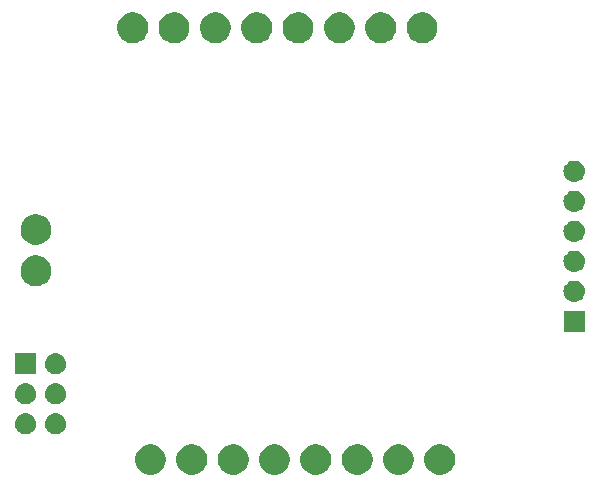
<source format=gbs>
G04 #@! TF.GenerationSoftware,KiCad,Pcbnew,(5.0.1)-3*
G04 #@! TF.CreationDate,2018-10-30T14:33:32-04:00*
G04 #@! TF.ProjectId,GCEW Motor Controller MCU,47434557204D6F746F7220436F6E7472,rev?*
G04 #@! TF.SameCoordinates,Original*
G04 #@! TF.FileFunction,Soldermask,Bot*
G04 #@! TF.FilePolarity,Negative*
%FSLAX46Y46*%
G04 Gerber Fmt 4.6, Leading zero omitted, Abs format (unit mm)*
G04 Created by KiCad (PCBNEW (5.0.1)-3) date 10/30/2018 2:33:32 PM*
%MOMM*%
%LPD*%
G01*
G04 APERTURE LIST*
%ADD10C,0.100000*%
G04 APERTURE END LIST*
D10*
G36*
X154379485Y-108098996D02*
X154379487Y-108098997D01*
X154379488Y-108098997D01*
X154616255Y-108197069D01*
X154829342Y-108339449D01*
X155010551Y-108520658D01*
X155152931Y-108733745D01*
X155251004Y-108970515D01*
X155301000Y-109221861D01*
X155301000Y-109478139D01*
X155251004Y-109729485D01*
X155152931Y-109966255D01*
X155010551Y-110179342D01*
X154829342Y-110360551D01*
X154829339Y-110360553D01*
X154616255Y-110502931D01*
X154379488Y-110601003D01*
X154379487Y-110601003D01*
X154379485Y-110601004D01*
X154128139Y-110651000D01*
X153871861Y-110651000D01*
X153620515Y-110601004D01*
X153620513Y-110601003D01*
X153620512Y-110601003D01*
X153383745Y-110502931D01*
X153170661Y-110360553D01*
X153170658Y-110360551D01*
X152989449Y-110179342D01*
X152847069Y-109966255D01*
X152748996Y-109729485D01*
X152699000Y-109478139D01*
X152699000Y-109221861D01*
X152748996Y-108970515D01*
X152847069Y-108733745D01*
X152989449Y-108520658D01*
X153170658Y-108339449D01*
X153383745Y-108197069D01*
X153620512Y-108098997D01*
X153620513Y-108098997D01*
X153620515Y-108098996D01*
X153871861Y-108049000D01*
X154128139Y-108049000D01*
X154379485Y-108098996D01*
X154379485Y-108098996D01*
G37*
G36*
X157879485Y-108098996D02*
X157879487Y-108098997D01*
X157879488Y-108098997D01*
X158116255Y-108197069D01*
X158329342Y-108339449D01*
X158510551Y-108520658D01*
X158652931Y-108733745D01*
X158751004Y-108970515D01*
X158801000Y-109221861D01*
X158801000Y-109478139D01*
X158751004Y-109729485D01*
X158652931Y-109966255D01*
X158510551Y-110179342D01*
X158329342Y-110360551D01*
X158329339Y-110360553D01*
X158116255Y-110502931D01*
X157879488Y-110601003D01*
X157879487Y-110601003D01*
X157879485Y-110601004D01*
X157628139Y-110651000D01*
X157371861Y-110651000D01*
X157120515Y-110601004D01*
X157120513Y-110601003D01*
X157120512Y-110601003D01*
X156883745Y-110502931D01*
X156670661Y-110360553D01*
X156670658Y-110360551D01*
X156489449Y-110179342D01*
X156347069Y-109966255D01*
X156248996Y-109729485D01*
X156199000Y-109478139D01*
X156199000Y-109221861D01*
X156248996Y-108970515D01*
X156347069Y-108733745D01*
X156489449Y-108520658D01*
X156670658Y-108339449D01*
X156883745Y-108197069D01*
X157120512Y-108098997D01*
X157120513Y-108098997D01*
X157120515Y-108098996D01*
X157371861Y-108049000D01*
X157628139Y-108049000D01*
X157879485Y-108098996D01*
X157879485Y-108098996D01*
G37*
G36*
X161379485Y-108098996D02*
X161379487Y-108098997D01*
X161379488Y-108098997D01*
X161616255Y-108197069D01*
X161829342Y-108339449D01*
X162010551Y-108520658D01*
X162152931Y-108733745D01*
X162251004Y-108970515D01*
X162301000Y-109221861D01*
X162301000Y-109478139D01*
X162251004Y-109729485D01*
X162152931Y-109966255D01*
X162010551Y-110179342D01*
X161829342Y-110360551D01*
X161829339Y-110360553D01*
X161616255Y-110502931D01*
X161379488Y-110601003D01*
X161379487Y-110601003D01*
X161379485Y-110601004D01*
X161128139Y-110651000D01*
X160871861Y-110651000D01*
X160620515Y-110601004D01*
X160620513Y-110601003D01*
X160620512Y-110601003D01*
X160383745Y-110502931D01*
X160170661Y-110360553D01*
X160170658Y-110360551D01*
X159989449Y-110179342D01*
X159847069Y-109966255D01*
X159748996Y-109729485D01*
X159699000Y-109478139D01*
X159699000Y-109221861D01*
X159748996Y-108970515D01*
X159847069Y-108733745D01*
X159989449Y-108520658D01*
X160170658Y-108339449D01*
X160383745Y-108197069D01*
X160620512Y-108098997D01*
X160620513Y-108098997D01*
X160620515Y-108098996D01*
X160871861Y-108049000D01*
X161128139Y-108049000D01*
X161379485Y-108098996D01*
X161379485Y-108098996D01*
G37*
G36*
X164879485Y-108098996D02*
X164879487Y-108098997D01*
X164879488Y-108098997D01*
X165116255Y-108197069D01*
X165329342Y-108339449D01*
X165510551Y-108520658D01*
X165652931Y-108733745D01*
X165751004Y-108970515D01*
X165801000Y-109221861D01*
X165801000Y-109478139D01*
X165751004Y-109729485D01*
X165652931Y-109966255D01*
X165510551Y-110179342D01*
X165329342Y-110360551D01*
X165329339Y-110360553D01*
X165116255Y-110502931D01*
X164879488Y-110601003D01*
X164879487Y-110601003D01*
X164879485Y-110601004D01*
X164628139Y-110651000D01*
X164371861Y-110651000D01*
X164120515Y-110601004D01*
X164120513Y-110601003D01*
X164120512Y-110601003D01*
X163883745Y-110502931D01*
X163670661Y-110360553D01*
X163670658Y-110360551D01*
X163489449Y-110179342D01*
X163347069Y-109966255D01*
X163248996Y-109729485D01*
X163199000Y-109478139D01*
X163199000Y-109221861D01*
X163248996Y-108970515D01*
X163347069Y-108733745D01*
X163489449Y-108520658D01*
X163670658Y-108339449D01*
X163883745Y-108197069D01*
X164120512Y-108098997D01*
X164120513Y-108098997D01*
X164120515Y-108098996D01*
X164371861Y-108049000D01*
X164628139Y-108049000D01*
X164879485Y-108098996D01*
X164879485Y-108098996D01*
G37*
G36*
X168379485Y-108098996D02*
X168379487Y-108098997D01*
X168379488Y-108098997D01*
X168616255Y-108197069D01*
X168829342Y-108339449D01*
X169010551Y-108520658D01*
X169152931Y-108733745D01*
X169251004Y-108970515D01*
X169301000Y-109221861D01*
X169301000Y-109478139D01*
X169251004Y-109729485D01*
X169152931Y-109966255D01*
X169010551Y-110179342D01*
X168829342Y-110360551D01*
X168829339Y-110360553D01*
X168616255Y-110502931D01*
X168379488Y-110601003D01*
X168379487Y-110601003D01*
X168379485Y-110601004D01*
X168128139Y-110651000D01*
X167871861Y-110651000D01*
X167620515Y-110601004D01*
X167620513Y-110601003D01*
X167620512Y-110601003D01*
X167383745Y-110502931D01*
X167170661Y-110360553D01*
X167170658Y-110360551D01*
X166989449Y-110179342D01*
X166847069Y-109966255D01*
X166748996Y-109729485D01*
X166699000Y-109478139D01*
X166699000Y-109221861D01*
X166748996Y-108970515D01*
X166847069Y-108733745D01*
X166989449Y-108520658D01*
X167170658Y-108339449D01*
X167383745Y-108197069D01*
X167620512Y-108098997D01*
X167620513Y-108098997D01*
X167620515Y-108098996D01*
X167871861Y-108049000D01*
X168128139Y-108049000D01*
X168379485Y-108098996D01*
X168379485Y-108098996D01*
G37*
G36*
X171879485Y-108098996D02*
X171879487Y-108098997D01*
X171879488Y-108098997D01*
X172116255Y-108197069D01*
X172329342Y-108339449D01*
X172510551Y-108520658D01*
X172652931Y-108733745D01*
X172751004Y-108970515D01*
X172801000Y-109221861D01*
X172801000Y-109478139D01*
X172751004Y-109729485D01*
X172652931Y-109966255D01*
X172510551Y-110179342D01*
X172329342Y-110360551D01*
X172329339Y-110360553D01*
X172116255Y-110502931D01*
X171879488Y-110601003D01*
X171879487Y-110601003D01*
X171879485Y-110601004D01*
X171628139Y-110651000D01*
X171371861Y-110651000D01*
X171120515Y-110601004D01*
X171120513Y-110601003D01*
X171120512Y-110601003D01*
X170883745Y-110502931D01*
X170670661Y-110360553D01*
X170670658Y-110360551D01*
X170489449Y-110179342D01*
X170347069Y-109966255D01*
X170248996Y-109729485D01*
X170199000Y-109478139D01*
X170199000Y-109221861D01*
X170248996Y-108970515D01*
X170347069Y-108733745D01*
X170489449Y-108520658D01*
X170670658Y-108339449D01*
X170883745Y-108197069D01*
X171120512Y-108098997D01*
X171120513Y-108098997D01*
X171120515Y-108098996D01*
X171371861Y-108049000D01*
X171628139Y-108049000D01*
X171879485Y-108098996D01*
X171879485Y-108098996D01*
G37*
G36*
X178879485Y-108098996D02*
X178879487Y-108098997D01*
X178879488Y-108098997D01*
X179116255Y-108197069D01*
X179329342Y-108339449D01*
X179510551Y-108520658D01*
X179652931Y-108733745D01*
X179751004Y-108970515D01*
X179801000Y-109221861D01*
X179801000Y-109478139D01*
X179751004Y-109729485D01*
X179652931Y-109966255D01*
X179510551Y-110179342D01*
X179329342Y-110360551D01*
X179329339Y-110360553D01*
X179116255Y-110502931D01*
X178879488Y-110601003D01*
X178879487Y-110601003D01*
X178879485Y-110601004D01*
X178628139Y-110651000D01*
X178371861Y-110651000D01*
X178120515Y-110601004D01*
X178120513Y-110601003D01*
X178120512Y-110601003D01*
X177883745Y-110502931D01*
X177670661Y-110360553D01*
X177670658Y-110360551D01*
X177489449Y-110179342D01*
X177347069Y-109966255D01*
X177248996Y-109729485D01*
X177199000Y-109478139D01*
X177199000Y-109221861D01*
X177248996Y-108970515D01*
X177347069Y-108733745D01*
X177489449Y-108520658D01*
X177670658Y-108339449D01*
X177883745Y-108197069D01*
X178120512Y-108098997D01*
X178120513Y-108098997D01*
X178120515Y-108098996D01*
X178371861Y-108049000D01*
X178628139Y-108049000D01*
X178879485Y-108098996D01*
X178879485Y-108098996D01*
G37*
G36*
X175379485Y-108098996D02*
X175379487Y-108098997D01*
X175379488Y-108098997D01*
X175616255Y-108197069D01*
X175829342Y-108339449D01*
X176010551Y-108520658D01*
X176152931Y-108733745D01*
X176251004Y-108970515D01*
X176301000Y-109221861D01*
X176301000Y-109478139D01*
X176251004Y-109729485D01*
X176152931Y-109966255D01*
X176010551Y-110179342D01*
X175829342Y-110360551D01*
X175829339Y-110360553D01*
X175616255Y-110502931D01*
X175379488Y-110601003D01*
X175379487Y-110601003D01*
X175379485Y-110601004D01*
X175128139Y-110651000D01*
X174871861Y-110651000D01*
X174620515Y-110601004D01*
X174620513Y-110601003D01*
X174620512Y-110601003D01*
X174383745Y-110502931D01*
X174170661Y-110360553D01*
X174170658Y-110360551D01*
X173989449Y-110179342D01*
X173847069Y-109966255D01*
X173748996Y-109729485D01*
X173699000Y-109478139D01*
X173699000Y-109221861D01*
X173748996Y-108970515D01*
X173847069Y-108733745D01*
X173989449Y-108520658D01*
X174170658Y-108339449D01*
X174383745Y-108197069D01*
X174620512Y-108098997D01*
X174620513Y-108098997D01*
X174620515Y-108098996D01*
X174871861Y-108049000D01*
X175128139Y-108049000D01*
X175379485Y-108098996D01*
X175379485Y-108098996D01*
G37*
G36*
X143535443Y-105420519D02*
X143601627Y-105427037D01*
X143714853Y-105461384D01*
X143771467Y-105478557D01*
X143910087Y-105552652D01*
X143927991Y-105562222D01*
X143963729Y-105591552D01*
X144065186Y-105674814D01*
X144148448Y-105776271D01*
X144177778Y-105812009D01*
X144177779Y-105812011D01*
X144261443Y-105968533D01*
X144261443Y-105968534D01*
X144312963Y-106138373D01*
X144330359Y-106315000D01*
X144312963Y-106491627D01*
X144278616Y-106604853D01*
X144261443Y-106661467D01*
X144187348Y-106800087D01*
X144177778Y-106817991D01*
X144148448Y-106853729D01*
X144065186Y-106955186D01*
X143963729Y-107038448D01*
X143927991Y-107067778D01*
X143927989Y-107067779D01*
X143771467Y-107151443D01*
X143714853Y-107168616D01*
X143601627Y-107202963D01*
X143535442Y-107209482D01*
X143469260Y-107216000D01*
X143380740Y-107216000D01*
X143314558Y-107209482D01*
X143248373Y-107202963D01*
X143135147Y-107168616D01*
X143078533Y-107151443D01*
X142922011Y-107067779D01*
X142922009Y-107067778D01*
X142886271Y-107038448D01*
X142784814Y-106955186D01*
X142701552Y-106853729D01*
X142672222Y-106817991D01*
X142662652Y-106800087D01*
X142588557Y-106661467D01*
X142571384Y-106604853D01*
X142537037Y-106491627D01*
X142519641Y-106315000D01*
X142537037Y-106138373D01*
X142588557Y-105968534D01*
X142588557Y-105968533D01*
X142672221Y-105812011D01*
X142672222Y-105812009D01*
X142701552Y-105776271D01*
X142784814Y-105674814D01*
X142886271Y-105591552D01*
X142922009Y-105562222D01*
X142939913Y-105552652D01*
X143078533Y-105478557D01*
X143135147Y-105461384D01*
X143248373Y-105427037D01*
X143314557Y-105420519D01*
X143380740Y-105414000D01*
X143469260Y-105414000D01*
X143535443Y-105420519D01*
X143535443Y-105420519D01*
G37*
G36*
X146075443Y-105420519D02*
X146141627Y-105427037D01*
X146254853Y-105461384D01*
X146311467Y-105478557D01*
X146450087Y-105552652D01*
X146467991Y-105562222D01*
X146503729Y-105591552D01*
X146605186Y-105674814D01*
X146688448Y-105776271D01*
X146717778Y-105812009D01*
X146717779Y-105812011D01*
X146801443Y-105968533D01*
X146801443Y-105968534D01*
X146852963Y-106138373D01*
X146870359Y-106315000D01*
X146852963Y-106491627D01*
X146818616Y-106604853D01*
X146801443Y-106661467D01*
X146727348Y-106800087D01*
X146717778Y-106817991D01*
X146688448Y-106853729D01*
X146605186Y-106955186D01*
X146503729Y-107038448D01*
X146467991Y-107067778D01*
X146467989Y-107067779D01*
X146311467Y-107151443D01*
X146254853Y-107168616D01*
X146141627Y-107202963D01*
X146075442Y-107209482D01*
X146009260Y-107216000D01*
X145920740Y-107216000D01*
X145854558Y-107209482D01*
X145788373Y-107202963D01*
X145675147Y-107168616D01*
X145618533Y-107151443D01*
X145462011Y-107067779D01*
X145462009Y-107067778D01*
X145426271Y-107038448D01*
X145324814Y-106955186D01*
X145241552Y-106853729D01*
X145212222Y-106817991D01*
X145202652Y-106800087D01*
X145128557Y-106661467D01*
X145111384Y-106604853D01*
X145077037Y-106491627D01*
X145059641Y-106315000D01*
X145077037Y-106138373D01*
X145128557Y-105968534D01*
X145128557Y-105968533D01*
X145212221Y-105812011D01*
X145212222Y-105812009D01*
X145241552Y-105776271D01*
X145324814Y-105674814D01*
X145426271Y-105591552D01*
X145462009Y-105562222D01*
X145479913Y-105552652D01*
X145618533Y-105478557D01*
X145675147Y-105461384D01*
X145788373Y-105427037D01*
X145854557Y-105420519D01*
X145920740Y-105414000D01*
X146009260Y-105414000D01*
X146075443Y-105420519D01*
X146075443Y-105420519D01*
G37*
G36*
X146075443Y-102880519D02*
X146141627Y-102887037D01*
X146254853Y-102921384D01*
X146311467Y-102938557D01*
X146450087Y-103012652D01*
X146467991Y-103022222D01*
X146503729Y-103051552D01*
X146605186Y-103134814D01*
X146688448Y-103236271D01*
X146717778Y-103272009D01*
X146717779Y-103272011D01*
X146801443Y-103428533D01*
X146801443Y-103428534D01*
X146852963Y-103598373D01*
X146870359Y-103775000D01*
X146852963Y-103951627D01*
X146818616Y-104064853D01*
X146801443Y-104121467D01*
X146727348Y-104260087D01*
X146717778Y-104277991D01*
X146688448Y-104313729D01*
X146605186Y-104415186D01*
X146503729Y-104498448D01*
X146467991Y-104527778D01*
X146467989Y-104527779D01*
X146311467Y-104611443D01*
X146254853Y-104628616D01*
X146141627Y-104662963D01*
X146075443Y-104669481D01*
X146009260Y-104676000D01*
X145920740Y-104676000D01*
X145854558Y-104669482D01*
X145788373Y-104662963D01*
X145675147Y-104628616D01*
X145618533Y-104611443D01*
X145462011Y-104527779D01*
X145462009Y-104527778D01*
X145426271Y-104498448D01*
X145324814Y-104415186D01*
X145241552Y-104313729D01*
X145212222Y-104277991D01*
X145202652Y-104260087D01*
X145128557Y-104121467D01*
X145111384Y-104064853D01*
X145077037Y-103951627D01*
X145059641Y-103775000D01*
X145077037Y-103598373D01*
X145128557Y-103428534D01*
X145128557Y-103428533D01*
X145212221Y-103272011D01*
X145212222Y-103272009D01*
X145241552Y-103236271D01*
X145324814Y-103134814D01*
X145426271Y-103051552D01*
X145462009Y-103022222D01*
X145479913Y-103012652D01*
X145618533Y-102938557D01*
X145675147Y-102921384D01*
X145788373Y-102887037D01*
X145854558Y-102880518D01*
X145920740Y-102874000D01*
X146009260Y-102874000D01*
X146075443Y-102880519D01*
X146075443Y-102880519D01*
G37*
G36*
X143535443Y-102880519D02*
X143601627Y-102887037D01*
X143714853Y-102921384D01*
X143771467Y-102938557D01*
X143910087Y-103012652D01*
X143927991Y-103022222D01*
X143963729Y-103051552D01*
X144065186Y-103134814D01*
X144148448Y-103236271D01*
X144177778Y-103272009D01*
X144177779Y-103272011D01*
X144261443Y-103428533D01*
X144261443Y-103428534D01*
X144312963Y-103598373D01*
X144330359Y-103775000D01*
X144312963Y-103951627D01*
X144278616Y-104064853D01*
X144261443Y-104121467D01*
X144187348Y-104260087D01*
X144177778Y-104277991D01*
X144148448Y-104313729D01*
X144065186Y-104415186D01*
X143963729Y-104498448D01*
X143927991Y-104527778D01*
X143927989Y-104527779D01*
X143771467Y-104611443D01*
X143714853Y-104628616D01*
X143601627Y-104662963D01*
X143535443Y-104669481D01*
X143469260Y-104676000D01*
X143380740Y-104676000D01*
X143314558Y-104669482D01*
X143248373Y-104662963D01*
X143135147Y-104628616D01*
X143078533Y-104611443D01*
X142922011Y-104527779D01*
X142922009Y-104527778D01*
X142886271Y-104498448D01*
X142784814Y-104415186D01*
X142701552Y-104313729D01*
X142672222Y-104277991D01*
X142662652Y-104260087D01*
X142588557Y-104121467D01*
X142571384Y-104064853D01*
X142537037Y-103951627D01*
X142519641Y-103775000D01*
X142537037Y-103598373D01*
X142588557Y-103428534D01*
X142588557Y-103428533D01*
X142672221Y-103272011D01*
X142672222Y-103272009D01*
X142701552Y-103236271D01*
X142784814Y-103134814D01*
X142886271Y-103051552D01*
X142922009Y-103022222D01*
X142939913Y-103012652D01*
X143078533Y-102938557D01*
X143135147Y-102921384D01*
X143248373Y-102887037D01*
X143314558Y-102880518D01*
X143380740Y-102874000D01*
X143469260Y-102874000D01*
X143535443Y-102880519D01*
X143535443Y-102880519D01*
G37*
G36*
X146075442Y-100340518D02*
X146141627Y-100347037D01*
X146254853Y-100381384D01*
X146311467Y-100398557D01*
X146450087Y-100472652D01*
X146467991Y-100482222D01*
X146503729Y-100511552D01*
X146605186Y-100594814D01*
X146688448Y-100696271D01*
X146717778Y-100732009D01*
X146717779Y-100732011D01*
X146801443Y-100888533D01*
X146801443Y-100888534D01*
X146852963Y-101058373D01*
X146870359Y-101235000D01*
X146852963Y-101411627D01*
X146818616Y-101524853D01*
X146801443Y-101581467D01*
X146727348Y-101720087D01*
X146717778Y-101737991D01*
X146688448Y-101773729D01*
X146605186Y-101875186D01*
X146503729Y-101958448D01*
X146467991Y-101987778D01*
X146467989Y-101987779D01*
X146311467Y-102071443D01*
X146254853Y-102088616D01*
X146141627Y-102122963D01*
X146075442Y-102129482D01*
X146009260Y-102136000D01*
X145920740Y-102136000D01*
X145854558Y-102129482D01*
X145788373Y-102122963D01*
X145675147Y-102088616D01*
X145618533Y-102071443D01*
X145462011Y-101987779D01*
X145462009Y-101987778D01*
X145426271Y-101958448D01*
X145324814Y-101875186D01*
X145241552Y-101773729D01*
X145212222Y-101737991D01*
X145202652Y-101720087D01*
X145128557Y-101581467D01*
X145111384Y-101524853D01*
X145077037Y-101411627D01*
X145059641Y-101235000D01*
X145077037Y-101058373D01*
X145128557Y-100888534D01*
X145128557Y-100888533D01*
X145212221Y-100732011D01*
X145212222Y-100732009D01*
X145241552Y-100696271D01*
X145324814Y-100594814D01*
X145426271Y-100511552D01*
X145462009Y-100482222D01*
X145479913Y-100472652D01*
X145618533Y-100398557D01*
X145675147Y-100381384D01*
X145788373Y-100347037D01*
X145854558Y-100340518D01*
X145920740Y-100334000D01*
X146009260Y-100334000D01*
X146075442Y-100340518D01*
X146075442Y-100340518D01*
G37*
G36*
X144326000Y-102136000D02*
X142524000Y-102136000D01*
X142524000Y-100334000D01*
X144326000Y-100334000D01*
X144326000Y-102136000D01*
X144326000Y-102136000D01*
G37*
G36*
X190776000Y-98551000D02*
X188974000Y-98551000D01*
X188974000Y-96749000D01*
X190776000Y-96749000D01*
X190776000Y-98551000D01*
X190776000Y-98551000D01*
G37*
G36*
X189985442Y-94215518D02*
X190051627Y-94222037D01*
X190164853Y-94256384D01*
X190221467Y-94273557D01*
X190360087Y-94347652D01*
X190377991Y-94357222D01*
X190412510Y-94385551D01*
X190515186Y-94469814D01*
X190598448Y-94571271D01*
X190627778Y-94607009D01*
X190627779Y-94607011D01*
X190711443Y-94763533D01*
X190711443Y-94763534D01*
X190762963Y-94933373D01*
X190780359Y-95110000D01*
X190762963Y-95286627D01*
X190728616Y-95399853D01*
X190711443Y-95456467D01*
X190637348Y-95595087D01*
X190627778Y-95612991D01*
X190598448Y-95648729D01*
X190515186Y-95750186D01*
X190413729Y-95833448D01*
X190377991Y-95862778D01*
X190377989Y-95862779D01*
X190221467Y-95946443D01*
X190164853Y-95963616D01*
X190051627Y-95997963D01*
X189985443Y-96004481D01*
X189919260Y-96011000D01*
X189830740Y-96011000D01*
X189764558Y-96004482D01*
X189698373Y-95997963D01*
X189585147Y-95963616D01*
X189528533Y-95946443D01*
X189372011Y-95862779D01*
X189372009Y-95862778D01*
X189336271Y-95833448D01*
X189234814Y-95750186D01*
X189151552Y-95648729D01*
X189122222Y-95612991D01*
X189112652Y-95595087D01*
X189038557Y-95456467D01*
X189021384Y-95399853D01*
X188987037Y-95286627D01*
X188969641Y-95110000D01*
X188987037Y-94933373D01*
X189038557Y-94763534D01*
X189038557Y-94763533D01*
X189122221Y-94607011D01*
X189122222Y-94607009D01*
X189151552Y-94571271D01*
X189234814Y-94469814D01*
X189337490Y-94385551D01*
X189372009Y-94357222D01*
X189389913Y-94347652D01*
X189528533Y-94273557D01*
X189585147Y-94256384D01*
X189698373Y-94222037D01*
X189764557Y-94215519D01*
X189830740Y-94209000D01*
X189919260Y-94209000D01*
X189985442Y-94215518D01*
X189985442Y-94215518D01*
G37*
G36*
X144679485Y-92123996D02*
X144679487Y-92123997D01*
X144679488Y-92123997D01*
X144916255Y-92222069D01*
X145129342Y-92364449D01*
X145310551Y-92545658D01*
X145310553Y-92545661D01*
X145452931Y-92758745D01*
X145518262Y-92916467D01*
X145551004Y-92995515D01*
X145601000Y-93246861D01*
X145601000Y-93503139D01*
X145551004Y-93754485D01*
X145452931Y-93991255D01*
X145310551Y-94204342D01*
X145129342Y-94385551D01*
X145129339Y-94385553D01*
X144916255Y-94527931D01*
X144679488Y-94626003D01*
X144679487Y-94626003D01*
X144679485Y-94626004D01*
X144428139Y-94676000D01*
X144171861Y-94676000D01*
X143920515Y-94626004D01*
X143920513Y-94626003D01*
X143920512Y-94626003D01*
X143683745Y-94527931D01*
X143470661Y-94385553D01*
X143470658Y-94385551D01*
X143289449Y-94204342D01*
X143147069Y-93991255D01*
X143048996Y-93754485D01*
X142999000Y-93503139D01*
X142999000Y-93246861D01*
X143048996Y-92995515D01*
X143081739Y-92916467D01*
X143147069Y-92758745D01*
X143289447Y-92545661D01*
X143289449Y-92545658D01*
X143470658Y-92364449D01*
X143683745Y-92222069D01*
X143920512Y-92123997D01*
X143920513Y-92123997D01*
X143920515Y-92123996D01*
X144171861Y-92074000D01*
X144428139Y-92074000D01*
X144679485Y-92123996D01*
X144679485Y-92123996D01*
G37*
G36*
X189985442Y-91675518D02*
X190051627Y-91682037D01*
X190164853Y-91716384D01*
X190221467Y-91733557D01*
X190360087Y-91807652D01*
X190377991Y-91817222D01*
X190413729Y-91846552D01*
X190515186Y-91929814D01*
X190598448Y-92031271D01*
X190627778Y-92067009D01*
X190627779Y-92067011D01*
X190711443Y-92223533D01*
X190711443Y-92223534D01*
X190762963Y-92393373D01*
X190780359Y-92570000D01*
X190762963Y-92746627D01*
X190759287Y-92758745D01*
X190711443Y-92916467D01*
X190669192Y-92995512D01*
X190627778Y-93072991D01*
X190598448Y-93108729D01*
X190515186Y-93210186D01*
X190413729Y-93293448D01*
X190377991Y-93322778D01*
X190377989Y-93322779D01*
X190221467Y-93406443D01*
X190164853Y-93423616D01*
X190051627Y-93457963D01*
X189985442Y-93464482D01*
X189919260Y-93471000D01*
X189830740Y-93471000D01*
X189764558Y-93464482D01*
X189698373Y-93457963D01*
X189585147Y-93423616D01*
X189528533Y-93406443D01*
X189372011Y-93322779D01*
X189372009Y-93322778D01*
X189336271Y-93293448D01*
X189234814Y-93210186D01*
X189151552Y-93108729D01*
X189122222Y-93072991D01*
X189080808Y-92995512D01*
X189038557Y-92916467D01*
X188990713Y-92758745D01*
X188987037Y-92746627D01*
X188969641Y-92570000D01*
X188987037Y-92393373D01*
X189038557Y-92223534D01*
X189038557Y-92223533D01*
X189122221Y-92067011D01*
X189122222Y-92067009D01*
X189151552Y-92031271D01*
X189234814Y-91929814D01*
X189336271Y-91846552D01*
X189372009Y-91817222D01*
X189389913Y-91807652D01*
X189528533Y-91733557D01*
X189585147Y-91716384D01*
X189698373Y-91682037D01*
X189764558Y-91675518D01*
X189830740Y-91669000D01*
X189919260Y-91669000D01*
X189985442Y-91675518D01*
X189985442Y-91675518D01*
G37*
G36*
X144679485Y-88623996D02*
X144679487Y-88623997D01*
X144679488Y-88623997D01*
X144916255Y-88722069D01*
X145129342Y-88864449D01*
X145310551Y-89045658D01*
X145310553Y-89045661D01*
X145452931Y-89258745D01*
X145507222Y-89389814D01*
X145551004Y-89495515D01*
X145601000Y-89746861D01*
X145601000Y-90003139D01*
X145551004Y-90254485D01*
X145452931Y-90491255D01*
X145310551Y-90704342D01*
X145129342Y-90885551D01*
X145129339Y-90885553D01*
X144916255Y-91027931D01*
X144679488Y-91126003D01*
X144679487Y-91126003D01*
X144679485Y-91126004D01*
X144428139Y-91176000D01*
X144171861Y-91176000D01*
X143920515Y-91126004D01*
X143920513Y-91126003D01*
X143920512Y-91126003D01*
X143683745Y-91027931D01*
X143470661Y-90885553D01*
X143470658Y-90885551D01*
X143289449Y-90704342D01*
X143147069Y-90491255D01*
X143048996Y-90254485D01*
X142999000Y-90003139D01*
X142999000Y-89746861D01*
X143048996Y-89495515D01*
X143092779Y-89389814D01*
X143147069Y-89258745D01*
X143289447Y-89045661D01*
X143289449Y-89045658D01*
X143470658Y-88864449D01*
X143683745Y-88722069D01*
X143920512Y-88623997D01*
X143920513Y-88623997D01*
X143920515Y-88623996D01*
X144171861Y-88574000D01*
X144428139Y-88574000D01*
X144679485Y-88623996D01*
X144679485Y-88623996D01*
G37*
G36*
X189985442Y-89135518D02*
X190051627Y-89142037D01*
X190164853Y-89176384D01*
X190221467Y-89193557D01*
X190343423Y-89258745D01*
X190377991Y-89277222D01*
X190413729Y-89306552D01*
X190515186Y-89389814D01*
X190598448Y-89491271D01*
X190627778Y-89527009D01*
X190627779Y-89527011D01*
X190711443Y-89683533D01*
X190711443Y-89683534D01*
X190762963Y-89853373D01*
X190780359Y-90030000D01*
X190762963Y-90206627D01*
X190728616Y-90319853D01*
X190711443Y-90376467D01*
X190650087Y-90491255D01*
X190627778Y-90532991D01*
X190598448Y-90568729D01*
X190515186Y-90670186D01*
X190413729Y-90753448D01*
X190377991Y-90782778D01*
X190377989Y-90782779D01*
X190221467Y-90866443D01*
X190164853Y-90883616D01*
X190051627Y-90917963D01*
X189985442Y-90924482D01*
X189919260Y-90931000D01*
X189830740Y-90931000D01*
X189764557Y-90924481D01*
X189698373Y-90917963D01*
X189585147Y-90883616D01*
X189528533Y-90866443D01*
X189372011Y-90782779D01*
X189372009Y-90782778D01*
X189336271Y-90753448D01*
X189234814Y-90670186D01*
X189151552Y-90568729D01*
X189122222Y-90532991D01*
X189099913Y-90491255D01*
X189038557Y-90376467D01*
X189021384Y-90319853D01*
X188987037Y-90206627D01*
X188969641Y-90030000D01*
X188987037Y-89853373D01*
X189038557Y-89683534D01*
X189038557Y-89683533D01*
X189122221Y-89527011D01*
X189122222Y-89527009D01*
X189151552Y-89491271D01*
X189234814Y-89389814D01*
X189336271Y-89306552D01*
X189372009Y-89277222D01*
X189406577Y-89258745D01*
X189528533Y-89193557D01*
X189585147Y-89176384D01*
X189698373Y-89142037D01*
X189764557Y-89135519D01*
X189830740Y-89129000D01*
X189919260Y-89129000D01*
X189985442Y-89135518D01*
X189985442Y-89135518D01*
G37*
G36*
X189985443Y-86595519D02*
X190051627Y-86602037D01*
X190164853Y-86636384D01*
X190221467Y-86653557D01*
X190360087Y-86727652D01*
X190377991Y-86737222D01*
X190413729Y-86766552D01*
X190515186Y-86849814D01*
X190598448Y-86951271D01*
X190627778Y-86987009D01*
X190627779Y-86987011D01*
X190711443Y-87143533D01*
X190711443Y-87143534D01*
X190762963Y-87313373D01*
X190780359Y-87490000D01*
X190762963Y-87666627D01*
X190728616Y-87779853D01*
X190711443Y-87836467D01*
X190637348Y-87975087D01*
X190627778Y-87992991D01*
X190598448Y-88028729D01*
X190515186Y-88130186D01*
X190413729Y-88213448D01*
X190377991Y-88242778D01*
X190377989Y-88242779D01*
X190221467Y-88326443D01*
X190164853Y-88343616D01*
X190051627Y-88377963D01*
X189985442Y-88384482D01*
X189919260Y-88391000D01*
X189830740Y-88391000D01*
X189764558Y-88384482D01*
X189698373Y-88377963D01*
X189585147Y-88343616D01*
X189528533Y-88326443D01*
X189372011Y-88242779D01*
X189372009Y-88242778D01*
X189336271Y-88213448D01*
X189234814Y-88130186D01*
X189151552Y-88028729D01*
X189122222Y-87992991D01*
X189112652Y-87975087D01*
X189038557Y-87836467D01*
X189021384Y-87779853D01*
X188987037Y-87666627D01*
X188969641Y-87490000D01*
X188987037Y-87313373D01*
X189038557Y-87143534D01*
X189038557Y-87143533D01*
X189122221Y-86987011D01*
X189122222Y-86987009D01*
X189151552Y-86951271D01*
X189234814Y-86849814D01*
X189336271Y-86766552D01*
X189372009Y-86737222D01*
X189389913Y-86727652D01*
X189528533Y-86653557D01*
X189585147Y-86636384D01*
X189698373Y-86602037D01*
X189764557Y-86595519D01*
X189830740Y-86589000D01*
X189919260Y-86589000D01*
X189985443Y-86595519D01*
X189985443Y-86595519D01*
G37*
G36*
X189985442Y-84055518D02*
X190051627Y-84062037D01*
X190164853Y-84096384D01*
X190221467Y-84113557D01*
X190360087Y-84187652D01*
X190377991Y-84197222D01*
X190413729Y-84226552D01*
X190515186Y-84309814D01*
X190598448Y-84411271D01*
X190627778Y-84447009D01*
X190627779Y-84447011D01*
X190711443Y-84603533D01*
X190711443Y-84603534D01*
X190762963Y-84773373D01*
X190780359Y-84950000D01*
X190762963Y-85126627D01*
X190728616Y-85239853D01*
X190711443Y-85296467D01*
X190637348Y-85435087D01*
X190627778Y-85452991D01*
X190598448Y-85488729D01*
X190515186Y-85590186D01*
X190413729Y-85673448D01*
X190377991Y-85702778D01*
X190377989Y-85702779D01*
X190221467Y-85786443D01*
X190164853Y-85803616D01*
X190051627Y-85837963D01*
X189985442Y-85844482D01*
X189919260Y-85851000D01*
X189830740Y-85851000D01*
X189764558Y-85844482D01*
X189698373Y-85837963D01*
X189585147Y-85803616D01*
X189528533Y-85786443D01*
X189372011Y-85702779D01*
X189372009Y-85702778D01*
X189336271Y-85673448D01*
X189234814Y-85590186D01*
X189151552Y-85488729D01*
X189122222Y-85452991D01*
X189112652Y-85435087D01*
X189038557Y-85296467D01*
X189021384Y-85239853D01*
X188987037Y-85126627D01*
X188969641Y-84950000D01*
X188987037Y-84773373D01*
X189038557Y-84603534D01*
X189038557Y-84603533D01*
X189122221Y-84447011D01*
X189122222Y-84447009D01*
X189151552Y-84411271D01*
X189234814Y-84309814D01*
X189336271Y-84226552D01*
X189372009Y-84197222D01*
X189389913Y-84187652D01*
X189528533Y-84113557D01*
X189585147Y-84096384D01*
X189698373Y-84062037D01*
X189764558Y-84055518D01*
X189830740Y-84049000D01*
X189919260Y-84049000D01*
X189985442Y-84055518D01*
X189985442Y-84055518D01*
G37*
G36*
X152879485Y-71548996D02*
X152879487Y-71548997D01*
X152879488Y-71548997D01*
X153116255Y-71647069D01*
X153329342Y-71789449D01*
X153510551Y-71970658D01*
X153652931Y-72183745D01*
X153751004Y-72420515D01*
X153801000Y-72671861D01*
X153801000Y-72928139D01*
X153751004Y-73179485D01*
X153652931Y-73416255D01*
X153510551Y-73629342D01*
X153329342Y-73810551D01*
X153329339Y-73810553D01*
X153116255Y-73952931D01*
X152879488Y-74051003D01*
X152879487Y-74051003D01*
X152879485Y-74051004D01*
X152628139Y-74101000D01*
X152371861Y-74101000D01*
X152120515Y-74051004D01*
X152120513Y-74051003D01*
X152120512Y-74051003D01*
X151883745Y-73952931D01*
X151670661Y-73810553D01*
X151670658Y-73810551D01*
X151489449Y-73629342D01*
X151347069Y-73416255D01*
X151248996Y-73179485D01*
X151199000Y-72928139D01*
X151199000Y-72671861D01*
X151248996Y-72420515D01*
X151347069Y-72183745D01*
X151489449Y-71970658D01*
X151670658Y-71789449D01*
X151883745Y-71647069D01*
X152120512Y-71548997D01*
X152120513Y-71548997D01*
X152120515Y-71548996D01*
X152371861Y-71499000D01*
X152628139Y-71499000D01*
X152879485Y-71548996D01*
X152879485Y-71548996D01*
G37*
G36*
X170379485Y-71548996D02*
X170379487Y-71548997D01*
X170379488Y-71548997D01*
X170616255Y-71647069D01*
X170829342Y-71789449D01*
X171010551Y-71970658D01*
X171152931Y-72183745D01*
X171251004Y-72420515D01*
X171301000Y-72671861D01*
X171301000Y-72928139D01*
X171251004Y-73179485D01*
X171152931Y-73416255D01*
X171010551Y-73629342D01*
X170829342Y-73810551D01*
X170829339Y-73810553D01*
X170616255Y-73952931D01*
X170379488Y-74051003D01*
X170379487Y-74051003D01*
X170379485Y-74051004D01*
X170128139Y-74101000D01*
X169871861Y-74101000D01*
X169620515Y-74051004D01*
X169620513Y-74051003D01*
X169620512Y-74051003D01*
X169383745Y-73952931D01*
X169170661Y-73810553D01*
X169170658Y-73810551D01*
X168989449Y-73629342D01*
X168847069Y-73416255D01*
X168748996Y-73179485D01*
X168699000Y-72928139D01*
X168699000Y-72671861D01*
X168748996Y-72420515D01*
X168847069Y-72183745D01*
X168989449Y-71970658D01*
X169170658Y-71789449D01*
X169383745Y-71647069D01*
X169620512Y-71548997D01*
X169620513Y-71548997D01*
X169620515Y-71548996D01*
X169871861Y-71499000D01*
X170128139Y-71499000D01*
X170379485Y-71548996D01*
X170379485Y-71548996D01*
G37*
G36*
X166879485Y-71548996D02*
X166879487Y-71548997D01*
X166879488Y-71548997D01*
X167116255Y-71647069D01*
X167329342Y-71789449D01*
X167510551Y-71970658D01*
X167652931Y-72183745D01*
X167751004Y-72420515D01*
X167801000Y-72671861D01*
X167801000Y-72928139D01*
X167751004Y-73179485D01*
X167652931Y-73416255D01*
X167510551Y-73629342D01*
X167329342Y-73810551D01*
X167329339Y-73810553D01*
X167116255Y-73952931D01*
X166879488Y-74051003D01*
X166879487Y-74051003D01*
X166879485Y-74051004D01*
X166628139Y-74101000D01*
X166371861Y-74101000D01*
X166120515Y-74051004D01*
X166120513Y-74051003D01*
X166120512Y-74051003D01*
X165883745Y-73952931D01*
X165670661Y-73810553D01*
X165670658Y-73810551D01*
X165489449Y-73629342D01*
X165347069Y-73416255D01*
X165248996Y-73179485D01*
X165199000Y-72928139D01*
X165199000Y-72671861D01*
X165248996Y-72420515D01*
X165347069Y-72183745D01*
X165489449Y-71970658D01*
X165670658Y-71789449D01*
X165883745Y-71647069D01*
X166120512Y-71548997D01*
X166120513Y-71548997D01*
X166120515Y-71548996D01*
X166371861Y-71499000D01*
X166628139Y-71499000D01*
X166879485Y-71548996D01*
X166879485Y-71548996D01*
G37*
G36*
X163379485Y-71548996D02*
X163379487Y-71548997D01*
X163379488Y-71548997D01*
X163616255Y-71647069D01*
X163829342Y-71789449D01*
X164010551Y-71970658D01*
X164152931Y-72183745D01*
X164251004Y-72420515D01*
X164301000Y-72671861D01*
X164301000Y-72928139D01*
X164251004Y-73179485D01*
X164152931Y-73416255D01*
X164010551Y-73629342D01*
X163829342Y-73810551D01*
X163829339Y-73810553D01*
X163616255Y-73952931D01*
X163379488Y-74051003D01*
X163379487Y-74051003D01*
X163379485Y-74051004D01*
X163128139Y-74101000D01*
X162871861Y-74101000D01*
X162620515Y-74051004D01*
X162620513Y-74051003D01*
X162620512Y-74051003D01*
X162383745Y-73952931D01*
X162170661Y-73810553D01*
X162170658Y-73810551D01*
X161989449Y-73629342D01*
X161847069Y-73416255D01*
X161748996Y-73179485D01*
X161699000Y-72928139D01*
X161699000Y-72671861D01*
X161748996Y-72420515D01*
X161847069Y-72183745D01*
X161989449Y-71970658D01*
X162170658Y-71789449D01*
X162383745Y-71647069D01*
X162620512Y-71548997D01*
X162620513Y-71548997D01*
X162620515Y-71548996D01*
X162871861Y-71499000D01*
X163128139Y-71499000D01*
X163379485Y-71548996D01*
X163379485Y-71548996D01*
G37*
G36*
X159879485Y-71548996D02*
X159879487Y-71548997D01*
X159879488Y-71548997D01*
X160116255Y-71647069D01*
X160329342Y-71789449D01*
X160510551Y-71970658D01*
X160652931Y-72183745D01*
X160751004Y-72420515D01*
X160801000Y-72671861D01*
X160801000Y-72928139D01*
X160751004Y-73179485D01*
X160652931Y-73416255D01*
X160510551Y-73629342D01*
X160329342Y-73810551D01*
X160329339Y-73810553D01*
X160116255Y-73952931D01*
X159879488Y-74051003D01*
X159879487Y-74051003D01*
X159879485Y-74051004D01*
X159628139Y-74101000D01*
X159371861Y-74101000D01*
X159120515Y-74051004D01*
X159120513Y-74051003D01*
X159120512Y-74051003D01*
X158883745Y-73952931D01*
X158670661Y-73810553D01*
X158670658Y-73810551D01*
X158489449Y-73629342D01*
X158347069Y-73416255D01*
X158248996Y-73179485D01*
X158199000Y-72928139D01*
X158199000Y-72671861D01*
X158248996Y-72420515D01*
X158347069Y-72183745D01*
X158489449Y-71970658D01*
X158670658Y-71789449D01*
X158883745Y-71647069D01*
X159120512Y-71548997D01*
X159120513Y-71548997D01*
X159120515Y-71548996D01*
X159371861Y-71499000D01*
X159628139Y-71499000D01*
X159879485Y-71548996D01*
X159879485Y-71548996D01*
G37*
G36*
X156379485Y-71548996D02*
X156379487Y-71548997D01*
X156379488Y-71548997D01*
X156616255Y-71647069D01*
X156829342Y-71789449D01*
X157010551Y-71970658D01*
X157152931Y-72183745D01*
X157251004Y-72420515D01*
X157301000Y-72671861D01*
X157301000Y-72928139D01*
X157251004Y-73179485D01*
X157152931Y-73416255D01*
X157010551Y-73629342D01*
X156829342Y-73810551D01*
X156829339Y-73810553D01*
X156616255Y-73952931D01*
X156379488Y-74051003D01*
X156379487Y-74051003D01*
X156379485Y-74051004D01*
X156128139Y-74101000D01*
X155871861Y-74101000D01*
X155620515Y-74051004D01*
X155620513Y-74051003D01*
X155620512Y-74051003D01*
X155383745Y-73952931D01*
X155170661Y-73810553D01*
X155170658Y-73810551D01*
X154989449Y-73629342D01*
X154847069Y-73416255D01*
X154748996Y-73179485D01*
X154699000Y-72928139D01*
X154699000Y-72671861D01*
X154748996Y-72420515D01*
X154847069Y-72183745D01*
X154989449Y-71970658D01*
X155170658Y-71789449D01*
X155383745Y-71647069D01*
X155620512Y-71548997D01*
X155620513Y-71548997D01*
X155620515Y-71548996D01*
X155871861Y-71499000D01*
X156128139Y-71499000D01*
X156379485Y-71548996D01*
X156379485Y-71548996D01*
G37*
G36*
X177379485Y-71548996D02*
X177379487Y-71548997D01*
X177379488Y-71548997D01*
X177616255Y-71647069D01*
X177829342Y-71789449D01*
X178010551Y-71970658D01*
X178152931Y-72183745D01*
X178251004Y-72420515D01*
X178301000Y-72671861D01*
X178301000Y-72928139D01*
X178251004Y-73179485D01*
X178152931Y-73416255D01*
X178010551Y-73629342D01*
X177829342Y-73810551D01*
X177829339Y-73810553D01*
X177616255Y-73952931D01*
X177379488Y-74051003D01*
X177379487Y-74051003D01*
X177379485Y-74051004D01*
X177128139Y-74101000D01*
X176871861Y-74101000D01*
X176620515Y-74051004D01*
X176620513Y-74051003D01*
X176620512Y-74051003D01*
X176383745Y-73952931D01*
X176170661Y-73810553D01*
X176170658Y-73810551D01*
X175989449Y-73629342D01*
X175847069Y-73416255D01*
X175748996Y-73179485D01*
X175699000Y-72928139D01*
X175699000Y-72671861D01*
X175748996Y-72420515D01*
X175847069Y-72183745D01*
X175989449Y-71970658D01*
X176170658Y-71789449D01*
X176383745Y-71647069D01*
X176620512Y-71548997D01*
X176620513Y-71548997D01*
X176620515Y-71548996D01*
X176871861Y-71499000D01*
X177128139Y-71499000D01*
X177379485Y-71548996D01*
X177379485Y-71548996D01*
G37*
G36*
X173879485Y-71548996D02*
X173879487Y-71548997D01*
X173879488Y-71548997D01*
X174116255Y-71647069D01*
X174329342Y-71789449D01*
X174510551Y-71970658D01*
X174652931Y-72183745D01*
X174751004Y-72420515D01*
X174801000Y-72671861D01*
X174801000Y-72928139D01*
X174751004Y-73179485D01*
X174652931Y-73416255D01*
X174510551Y-73629342D01*
X174329342Y-73810551D01*
X174329339Y-73810553D01*
X174116255Y-73952931D01*
X173879488Y-74051003D01*
X173879487Y-74051003D01*
X173879485Y-74051004D01*
X173628139Y-74101000D01*
X173371861Y-74101000D01*
X173120515Y-74051004D01*
X173120513Y-74051003D01*
X173120512Y-74051003D01*
X172883745Y-73952931D01*
X172670661Y-73810553D01*
X172670658Y-73810551D01*
X172489449Y-73629342D01*
X172347069Y-73416255D01*
X172248996Y-73179485D01*
X172199000Y-72928139D01*
X172199000Y-72671861D01*
X172248996Y-72420515D01*
X172347069Y-72183745D01*
X172489449Y-71970658D01*
X172670658Y-71789449D01*
X172883745Y-71647069D01*
X173120512Y-71548997D01*
X173120513Y-71548997D01*
X173120515Y-71548996D01*
X173371861Y-71499000D01*
X173628139Y-71499000D01*
X173879485Y-71548996D01*
X173879485Y-71548996D01*
G37*
M02*

</source>
